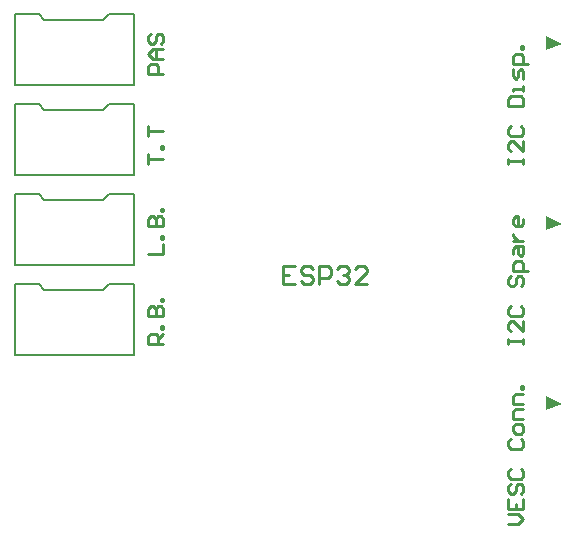
<source format=gto>
G04 Layer_Color=15132400*
%FSLAX25Y25*%
%MOIN*%
G70*
G01*
G75*
%ADD10C,0.01000*%
%ADD15C,0.00787*%
G36*
X283000Y160000D02*
X277500Y157750D01*
Y162500D01*
X283000Y160000D01*
D02*
G37*
G36*
Y220000D02*
X277500Y217750D01*
Y222500D01*
X283000Y220000D01*
D02*
G37*
G36*
Y280000D02*
X277500Y277750D01*
Y282500D01*
X283000Y280000D01*
D02*
G37*
D10*
X150000Y180000D02*
X145002D01*
Y182499D01*
X145835Y183332D01*
X147501D01*
X148334Y182499D01*
Y180000D01*
Y181666D02*
X150000Y183332D01*
Y184998D02*
X149167D01*
Y185831D01*
X150000D01*
Y184998D01*
X145002Y189164D02*
X150000D01*
Y191663D01*
X149167Y192496D01*
X148334D01*
X147501Y191663D01*
Y189164D01*
Y191663D01*
X146668Y192496D01*
X145835D01*
X145002Y191663D01*
Y189164D01*
X150000Y194162D02*
X149167D01*
Y194995D01*
X150000D01*
Y194162D01*
X145002Y210000D02*
X150000D01*
Y213332D01*
Y214998D02*
X149167D01*
Y215831D01*
X150000D01*
Y214998D01*
X145002Y219164D02*
X150000D01*
Y221663D01*
X149167Y222496D01*
X148334D01*
X147501Y221663D01*
Y219164D01*
Y221663D01*
X146668Y222496D01*
X145835D01*
X145002Y221663D01*
Y219164D01*
X150000Y224162D02*
X149167D01*
Y224995D01*
X150000D01*
Y224162D01*
X145002Y240000D02*
Y243332D01*
Y241666D01*
X150000D01*
Y244998D02*
X149167D01*
Y245831D01*
X150000D01*
Y244998D01*
X145002Y249164D02*
Y252496D01*
Y250830D01*
X150000D01*
Y270000D02*
X145002D01*
Y272499D01*
X145835Y273332D01*
X147501D01*
X148334Y272499D01*
Y270000D01*
X150000Y274998D02*
X146668D01*
X145002Y276664D01*
X146668Y278331D01*
X150000D01*
X147501D01*
Y274998D01*
X145835Y283329D02*
X145002Y282496D01*
Y280830D01*
X145835Y279997D01*
X146668D01*
X147501Y280830D01*
Y282496D01*
X148334Y283329D01*
X149167D01*
X150000Y282496D01*
Y280830D01*
X149167Y279997D01*
X265002Y120000D02*
X268334D01*
X270000Y121666D01*
X268334Y123332D01*
X265002D01*
Y128331D02*
Y124998D01*
X270000D01*
Y128331D01*
X267501Y124998D02*
Y126664D01*
X265835Y133329D02*
X265002Y132496D01*
Y130830D01*
X265835Y129997D01*
X266668D01*
X267501Y130830D01*
Y132496D01*
X268334Y133329D01*
X269167D01*
X270000Y132496D01*
Y130830D01*
X269167Y129997D01*
X265835Y138327D02*
X265002Y137494D01*
Y135828D01*
X265835Y134995D01*
X269167D01*
X270000Y135828D01*
Y137494D01*
X269167Y138327D01*
X265835Y148324D02*
X265002Y147491D01*
Y145825D01*
X265835Y144992D01*
X269167D01*
X270000Y145825D01*
Y147491D01*
X269167Y148324D01*
X270000Y150823D02*
Y152489D01*
X269167Y153323D01*
X267501D01*
X266668Y152489D01*
Y150823D01*
X267501Y149990D01*
X269167D01*
X270000Y150823D01*
Y154989D02*
X266668D01*
Y157488D01*
X267501Y158321D01*
X270000D01*
Y159987D02*
X266668D01*
Y162486D01*
X267501Y163319D01*
X270000D01*
Y164985D02*
X269167D01*
Y165819D01*
X270000D01*
Y164985D01*
X265002Y180000D02*
Y181666D01*
Y180833D01*
X270000D01*
Y180000D01*
Y181666D01*
Y187498D02*
Y184165D01*
X266668Y187498D01*
X265835D01*
X265002Y186664D01*
Y184998D01*
X265835Y184165D01*
Y192496D02*
X265002Y191663D01*
Y189997D01*
X265835Y189164D01*
X269167D01*
X270000Y189997D01*
Y191663D01*
X269167Y192496D01*
X265835Y202493D02*
X265002Y201660D01*
Y199994D01*
X265835Y199161D01*
X266668D01*
X267501Y199994D01*
Y201660D01*
X268334Y202493D01*
X269167D01*
X270000Y201660D01*
Y199994D01*
X269167Y199161D01*
X271666Y204159D02*
X266668D01*
Y206658D01*
X267501Y207491D01*
X269167D01*
X270000Y206658D01*
Y204159D01*
X266668Y209990D02*
Y211656D01*
X267501Y212490D01*
X270000D01*
Y209990D01*
X269167Y209157D01*
X268334Y209990D01*
Y212490D01*
X266668Y214156D02*
X270000D01*
X268334D01*
X267501Y214989D01*
X266668Y215822D01*
Y216655D01*
X270000Y221653D02*
Y219987D01*
X269167Y219154D01*
X267501D01*
X266668Y219987D01*
Y221653D01*
X267501Y222486D01*
X268334D01*
Y219154D01*
X265002Y240000D02*
Y241666D01*
Y240833D01*
X270000D01*
Y240000D01*
Y241666D01*
Y247498D02*
Y244165D01*
X266668Y247498D01*
X265835D01*
X265002Y246665D01*
Y244998D01*
X265835Y244165D01*
Y252496D02*
X265002Y251663D01*
Y249997D01*
X265835Y249164D01*
X269167D01*
X270000Y249997D01*
Y251663D01*
X269167Y252496D01*
X265002Y259160D02*
X270000D01*
Y261660D01*
X269167Y262493D01*
X265835D01*
X265002Y261660D01*
Y259160D01*
X270000Y264159D02*
Y265825D01*
Y264992D01*
X266668D01*
Y264159D01*
X270000Y268324D02*
Y270823D01*
X269167Y271656D01*
X268334Y270823D01*
Y269157D01*
X267501Y268324D01*
X266668Y269157D01*
Y271656D01*
X271666Y273323D02*
X266668D01*
Y275822D01*
X267501Y276655D01*
X269167D01*
X270000Y275822D01*
Y273323D01*
Y278321D02*
X269167D01*
Y279154D01*
X270000D01*
Y278321D01*
X193999Y205998D02*
X190000D01*
Y200000D01*
X193999D01*
X190000Y202999D02*
X191999D01*
X199997Y204998D02*
X198997Y205998D01*
X196998D01*
X195998Y204998D01*
Y203999D01*
X196998Y202999D01*
X198997D01*
X199997Y201999D01*
Y201000D01*
X198997Y200000D01*
X196998D01*
X195998Y201000D01*
X201996Y200000D02*
Y205998D01*
X204995D01*
X205995Y204998D01*
Y202999D01*
X204995Y201999D01*
X201996D01*
X207994Y204998D02*
X208994Y205998D01*
X210993D01*
X211993Y204998D01*
Y203999D01*
X210993Y202999D01*
X209994D01*
X210993D01*
X211993Y201999D01*
Y201000D01*
X210993Y200000D01*
X208994D01*
X207994Y201000D01*
X217991Y200000D02*
X213992D01*
X217991Y203999D01*
Y204998D01*
X216991Y205998D01*
X214992D01*
X213992Y204998D01*
D15*
X100472Y176221D02*
X140236D01*
X100472D02*
Y199843D01*
X108346D02*
X110315Y197874D01*
X130000D01*
X131968Y199843D01*
X140236D01*
Y176221D02*
Y199843D01*
X100472D02*
X108346D01*
X100472Y206221D02*
X140236D01*
X100472D02*
Y229842D01*
X108346D02*
X110315Y227874D01*
X130000D01*
X131968Y229842D01*
X140236D01*
Y206221D02*
Y229842D01*
X100472D02*
X108346D01*
X100472Y236221D02*
X140236D01*
X100472D02*
Y259842D01*
X108346D02*
X110315Y257874D01*
X130000D01*
X131968Y259842D01*
X140236D01*
Y236221D02*
Y259842D01*
X100472D02*
X108346D01*
X100472Y266220D02*
X140236D01*
X100472D02*
Y289843D01*
X108346D02*
X110315Y287874D01*
X130000D01*
X131968Y289843D01*
X140236D01*
Y266220D02*
Y289843D01*
X100472D02*
X108346D01*
M02*

</source>
